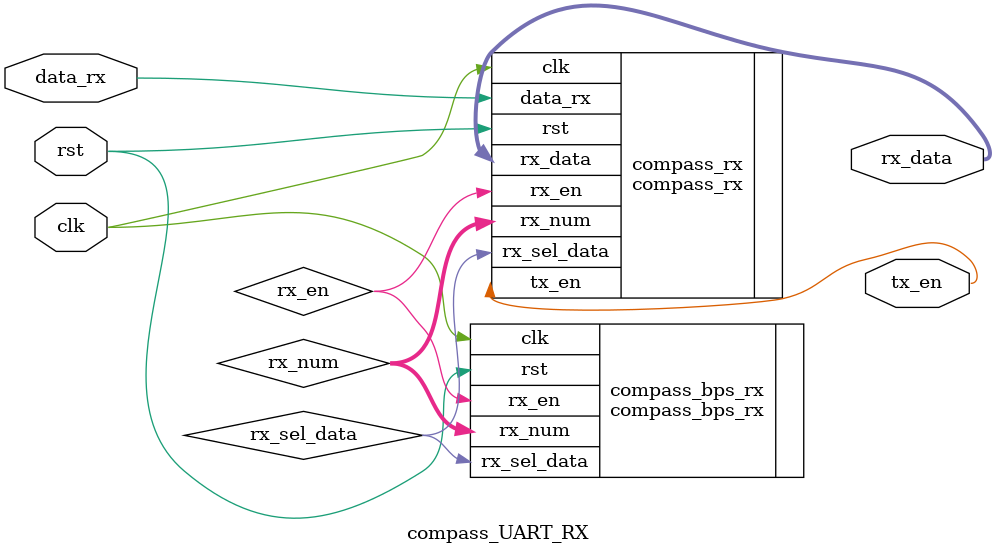
<source format=v>
`timescale 1ns / 1ps
module compass_UART_RX(
	input clk,
	input rst,
	input data_rx,
	output tx_en,
	output [7:0] rx_data
    );

	wire rx_en;
	wire rx_sel_data;
	wire [3:0] rx_num;

	compass_bps_rx compass_bps_rx(
	.clk(clk),
	.rst(rst),
	.rx_en(rx_en),
	
	.rx_sel_data(rx_sel_data),   //波特率的计数的中心点（采集数据的使能信号）
	.rx_num(rx_num)   //一帧数据0~9
    );
	
	compass_rx compass_rx(
	.clk(clk),
	.rst(rst),
	.data_rx(data_rx),
	.rx_num(rx_num),
	.rx_sel_data(rx_sel_data),
	
	.rx_en(rx_en),
	.tx_en(tx_en),
	.rx_data(rx_data)
    );

endmodule

</source>
